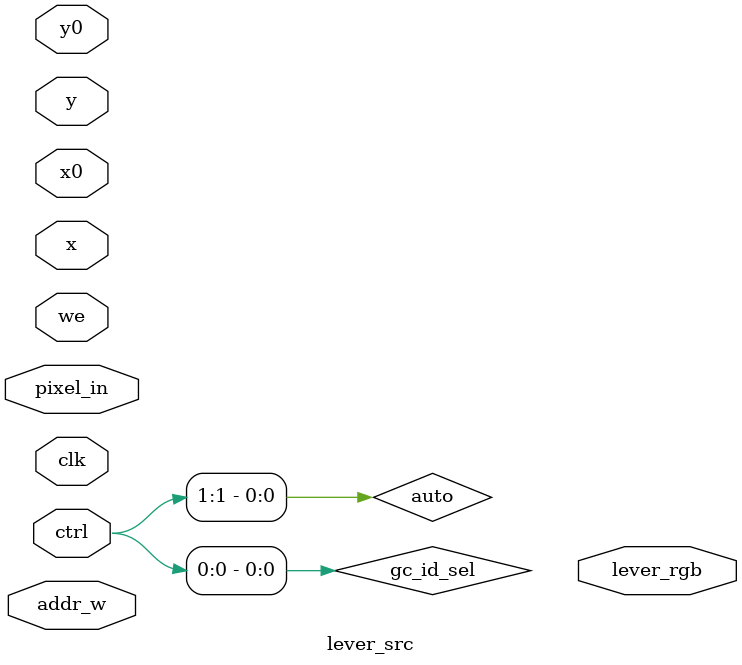
<source format=sv>
`timescale 1ns / 1ps


module lever_src
  #(
    parameter CD = 12,      // color depth
              ADDR = 10,    // number of address bits
              KEY_COLOR =0  // chroma key
   )
   (
   input  logic clk,
    input  logic [10:0] x, y,   // x-and  y-coordinate    
    input  logic [10:0] x0, y0, // origin of sprite 
    input logic [1:0] ctrl, //sprite control
    // sprite ram write 
    input  logic we ,
    input  logic [ADDR-1:0] addr_w,
    input  logic pixel_in,
    // pixel output
    output logic [CD-1:0] lever_rgb
   );
   
   // localparam declaration
   localparam H_SIZE = 16; // horizontal size of sprite
   localparam V_SIZE = 32; // vertical size of sprite
   
   // signal delaration
   logic signed [11:0] xr, yr;  // relative x/y position
   logic in_region;
   logic [ADDR-1:0] addr_r;
   logic sid;             // sprite id  
   logic plt_code; 
   logic frame_tick, ani_tick;
   logic [3:0] c_next;        
   logic [3:0] c_reg;        
   logic [1:0] ani_next;        
   logic [1:0] ani_reg;        
   logic [10:0] x_d1_reg;
   logic [CD-1:0] full_rgb, out_rgb;
   logic [CD-1:0] out_rgb_d1_reg;
   logic gc_id_sel;        
   logic auto;
   
   // body
   assign gc_id_sel = ctrl[0]; //ctrl is 1 bit
   assign auto = ctrl[1];
   
   
   // instantiate sprite RAM
   lever_ram_lut #(.ADDR_WIDTH(ADDR),.DATA_WIDTH(1)) ram_unit (
      .clk(clk), .we(we), .addr_w(addr_w), .din(pixel_in),
      .addr_r(addr_r), .dout(plt_code));
      
   assign addr_r = {sid, yr[5:0], xr[4:0]};
   
   // palette table
   always_comb
      case (plt_code)
         1'b0:   full_rgb = 12'h000;   // chrome key
         1'b1:   full_rgb = 12'h111;   // dark gray 
         //default: full_rgb = 12'hfff;   // white
      endcase
   
   
   // relative coordinate calculation
   assign xr = $signed({1'b0, x}) - $signed({1'b0, x0});
   assign yr = $signed({1'b0, y}) - $signed({1'b0, y0});
   // in-region comparison and multiplexing 
   assign in_region = ((0<= xr) && (xr<H_SIZE) && (0<=yr) && (yr<V_SIZE));
   assign out_rgb = in_region ? full_rgb : KEY_COLOR;
   
   
   //******************************************************************
   // animation timing control
   //******************************************************************
   // counters 
   always_ff @(posedge clk) begin
      x_d1_reg <= x;
      c_reg <= c_next;
      ani_reg <= ani_next;
   end
   assign c_next = (frame_tick && c_reg==9) ? 0 :
                   (frame_tick) ? c_reg + 1 :
                    c_reg; 
   assign ani_next = (ani_tick) ? ani_reg + 1 : ani_reg;
   // 60-Hz tick from fram counter 
   assign frame_tick = (x_d1_reg==0) && (x==1) && (y==0);
   // sprite animation id tick 
   assign ani_tick  = frame_tick  && (c_reg==0); 
   // sprite id selection
   assign sid = (auto) ? ani_reg : gc_id_sel;
   
   
   // output with a-stage delay line
   always_ff @(posedge clk) 
      out_rgb_d1_reg <= out_rgb;
   assign sprite_rgb = out_rgb_d1_reg;
   
endmodule

</source>
